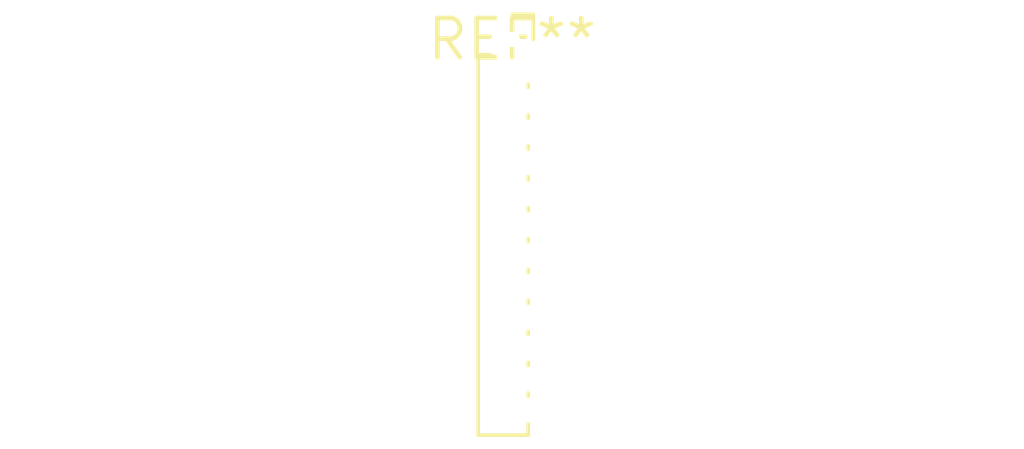
<source format=kicad_pcb>
(kicad_pcb (version 20240108) (generator pcbnew)
  (layers (0 "F.Cu" signal) (31 "B.Cu" signal) (34 "B.Paste" user) (35 "F.Paste" user) (36 "B.SilkS" user "B.Silkscreen") (37 "F.SilkS" user "F.Silkscreen") (38 "B.Mask" user) (39 "F.Mask" user) (44 "Edge.Cuts" user))
  (net 0 "")
  (footprint "PinSocket_1x13_P1.00mm_Vertical" (layer "F.Cu") (at 0 0)
    (property "Reference" "REF**")
    (property "Value" "PinSocket_1x13_P1.00mm_Vertical")
    (fp_line (start -1.1 0.5) (end -1.1 12.81) (layer "F.SilkS") (stroke (width 0.12)))
    (fp_line (start -1.1 0.5) (end -0.685 0.5) (layer "F.SilkS") (stroke (width 0.12)))
    (fp_line (start -1.1 12.81) (end 0.52 12.81) (layer "F.SilkS") (stroke (width 0.12)))
    (fp_line (start 0 -0.81) (end 0.685 -0.81) (layer "F.SilkS") (stroke (width 0.12)))
    (fp_line (start 0.52 1.445898) (end 0.52 1.554102) (layer "F.SilkS") (stroke (width 0.12)))
    (fp_line (start 0.52 2.445898) (end 0.52 2.554102) (layer "F.SilkS") (stroke (width 0.12)))
    (fp_line (start 0.52 3.445898) (end 0.52 3.554102) (layer "F.SilkS") (stroke (width 0.12)))
    (fp_line (start 0.52 4.445898) (end 0.52 4.554102) (layer "F.SilkS") (stroke (width 0.12)))
    (fp_line (start 0.52 5.445898) (end 0.52 5.554102) (layer "F.SilkS") (stroke (width 0.12)))
    (fp_line (start 0.52 6.445898) (end 0.52 6.554102) (layer "F.SilkS") (stroke (width 0.12)))
    (fp_line (start 0.52 7.445898) (end 0.52 7.554102) (layer "F.SilkS") (stroke (width 0.12)))
    (fp_line (start 0.52 8.445898) (end 0.52 8.554102) (layer "F.SilkS") (stroke (width 0.12)))
    (fp_line (start 0.52 9.445898) (end 0.52 9.554102) (layer "F.SilkS") (stroke (width 0.12)))
    (fp_line (start 0.52 10.445898) (end 0.52 10.554102) (layer "F.SilkS") (stroke (width 0.12)))
    (fp_line (start 0.52 11.445898) (end 0.52 11.554102) (layer "F.SilkS") (stroke (width 0.12)))
    (fp_line (start 0.52 12.445898) (end 0.52 12.81) (layer "F.SilkS") (stroke (width 0.12)))
    (fp_line (start 0.685 -0.81) (end 0.685 0) (layer "F.SilkS") (stroke (width 0.12)))
    (pad "1" thru_hole rect (at 0 0) (size 0.85 0.85) (drill 0.5) (layers *.Cu *.Mask) (remove_unused_layers))
    (pad "2" thru_hole oval (at 0 1) (size 0.85 0.85) (drill 0.5) (layers *.Cu *.Mask) (remove_unused_layers))
    (pad "3" thru_hole oval (at 0 2) (size 0.85 0.85) (drill 0.5) (layers *.Cu *.Mask) (remove_unused_layers))
    (pad "4" thru_hole oval (at 0 3) (size 0.85 0.85) (drill 0.5) (layers *.Cu *.Mask) (remove_unused_layers))
    (pad "5" thru_hole oval (at 0 4) (size 0.85 0.85) (drill 0.5) (layers *.Cu *.Mask) (remove_unused_layers))
    (pad "6" thru_hole oval (at 0 5) (size 0.85 0.85) (drill 0.5) (layers *.Cu *.Mask) (remove_unused_layers))
    (pad "7" thru_hole oval (at 0 6) (size 0.85 0.85) (drill 0.5) (layers *.Cu *.Mask) (remove_unused_layers))
    (pad "8" thru_hole oval (at 0 7) (size 0.85 0.85) (drill 0.5) (layers *.Cu *.Mask) (remove_unused_layers))
    (pad "9" thru_hole oval (at 0 8) (size 0.85 0.85) (drill 0.5) (layers *.Cu *.Mask) (remove_unused_layers))
    (pad "10" thru_hole oval (at 0 9) (size 0.85 0.85) (drill 0.5) (layers *.Cu *.Mask) (remove_unused_layers))
    (pad "11" thru_hole oval (at 0 10) (size 0.85 0.85) (drill 0.5) (layers *.Cu *.Mask) (remove_unused_layers))
    (pad "12" thru_hole oval (at 0 11) (size 0.85 0.85) (drill 0.5) (layers *.Cu *.Mask) (remove_unused_layers))
    (pad "13" thru_hole oval (at 0 12) (size 0.85 0.85) (drill 0.5) (layers *.Cu *.Mask) (remove_unused_layers))
  )
)
</source>
